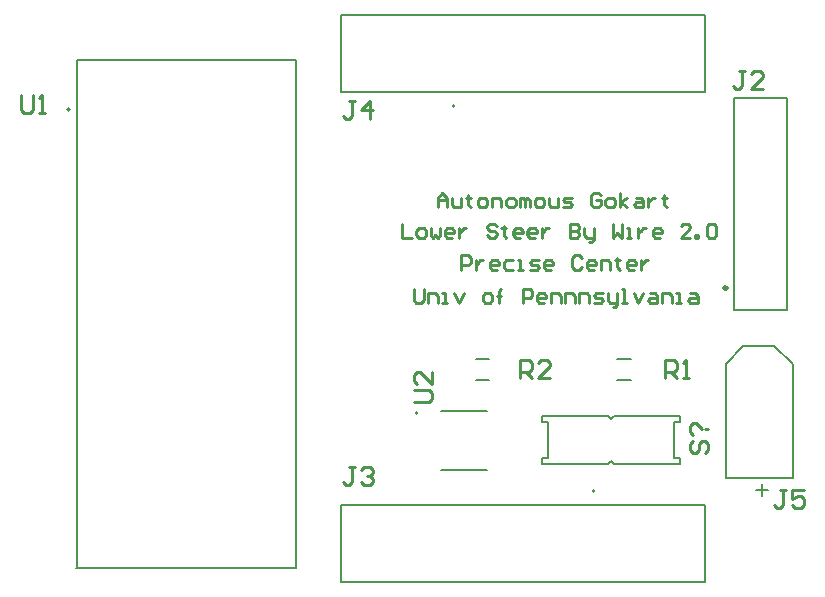
<source format=gto>
G04*
G04 #@! TF.GenerationSoftware,Altium Limited,Altium Designer,22.8.2 (66)*
G04*
G04 Layer_Color=65535*
%FSLAX42Y42*%
%MOMM*%
G71*
G04*
G04 #@! TF.SameCoordinates,73A1F774-0F22-46A5-B85E-6585DDB94E85*
G04*
G04*
G04 #@! TF.FilePolarity,Positive*
G04*
G01*
G75*
%ADD10C,0.20*%
%ADD11C,0.30*%
%ADD12C,0.13*%
%ADD13C,0.25*%
D10*
X5102Y870D02*
G03*
X5102Y870I-10J0D01*
G01*
X3918Y4130D02*
G03*
X3918Y4130I-10J0D01*
G01*
X660Y4100D02*
G03*
X660Y4100I-10J0D01*
G01*
X3606Y1531D02*
G03*
X3606Y1531I-10J0D01*
G01*
D11*
X6224Y2590D02*
G03*
X6224Y2590I-14J0D01*
G01*
D12*
X2959Y750D02*
X6040D01*
Y100D02*
Y750D01*
X2959Y100D02*
Y750D01*
Y100D02*
X6040D01*
X6280Y2400D02*
X6730D01*
X6280D02*
Y4200D01*
X6730D01*
Y2400D02*
Y4200D01*
X2959Y4250D02*
X6040D01*
X2959D02*
Y4900D01*
X6040Y4250D02*
Y4900D01*
X2959D02*
X6040D01*
X4662Y1452D02*
Y1503D01*
Y1452D02*
X4713D01*
Y1148D02*
Y1452D01*
X4662Y1148D02*
X4713D01*
X4662Y1097D02*
Y1148D01*
Y1097D02*
X5221D01*
X5246Y1122D01*
X5271Y1097D01*
X5830D01*
Y1148D01*
X5779D02*
X5830D01*
X5779D02*
Y1452D01*
X5830D01*
Y1503D01*
X5271D02*
X5830D01*
X5246Y1478D02*
X5271Y1503D01*
X5221D02*
X5246Y1478D01*
X4662Y1503D02*
X5221D01*
X723Y4520D02*
X2577D01*
X723Y215D02*
X723Y4520D01*
X2577Y215D02*
X2577Y4520D01*
X710Y215D02*
X2564D01*
X5292Y1988D02*
X5408D01*
X5292Y1812D02*
X5408D01*
X3805Y1552D02*
X4195D01*
X3805Y1048D02*
X4195D01*
X4095Y1988D02*
X4211D01*
X4095Y1812D02*
X4211D01*
X6358Y2100D02*
X6620D01*
X6220Y1943D02*
X6358Y2100D01*
X6220Y980D02*
X6780D01*
X6520Y830D02*
Y930D01*
X6470Y880D02*
X6570D01*
X6220Y980D02*
Y1943D01*
X6780Y980D02*
Y1943D01*
X6620Y2100D02*
X6623D01*
X6780Y1943D01*
D13*
X3475Y3135D02*
Y3015D01*
X3555D01*
X3615D02*
X3655D01*
X3675Y3035D01*
Y3075D01*
X3655Y3095D01*
X3615D01*
X3595Y3075D01*
Y3035D01*
X3615Y3015D01*
X3715Y3095D02*
Y3035D01*
X3735Y3015D01*
X3755Y3035D01*
X3775Y3015D01*
X3795Y3035D01*
Y3095D01*
X3895Y3015D02*
X3855D01*
X3835Y3035D01*
Y3075D01*
X3855Y3095D01*
X3895D01*
X3915Y3075D01*
Y3055D01*
X3835D01*
X3955Y3095D02*
Y3015D01*
Y3055D01*
X3975Y3075D01*
X3995Y3095D01*
X4015D01*
X4275Y3115D02*
X4255Y3135D01*
X4215D01*
X4195Y3115D01*
Y3095D01*
X4215Y3075D01*
X4255D01*
X4275Y3055D01*
Y3035D01*
X4255Y3015D01*
X4215D01*
X4195Y3035D01*
X4335Y3115D02*
Y3095D01*
X4315D01*
X4355D01*
X4335D01*
Y3035D01*
X4355Y3015D01*
X4475D02*
X4435D01*
X4415Y3035D01*
Y3075D01*
X4435Y3095D01*
X4475D01*
X4495Y3075D01*
Y3055D01*
X4415D01*
X4595Y3015D02*
X4555D01*
X4535Y3035D01*
Y3075D01*
X4555Y3095D01*
X4595D01*
X4615Y3075D01*
Y3055D01*
X4535D01*
X4655Y3095D02*
Y3015D01*
Y3055D01*
X4675Y3075D01*
X4695Y3095D01*
X4715D01*
X4895Y3135D02*
Y3015D01*
X4955D01*
X4975Y3035D01*
Y3055D01*
X4955Y3075D01*
X4895D01*
X4955D01*
X4975Y3095D01*
Y3115D01*
X4955Y3135D01*
X4895D01*
X5015Y3095D02*
Y3035D01*
X5035Y3015D01*
X5095D01*
Y2995D01*
X5075Y2975D01*
X5055D01*
X5095Y3015D02*
Y3095D01*
X5255Y3135D02*
Y3015D01*
X5295Y3055D01*
X5335Y3015D01*
Y3135D01*
X5375Y3015D02*
X5415D01*
X5395D01*
Y3095D01*
X5375D01*
X5475D02*
Y3015D01*
Y3055D01*
X5495Y3075D01*
X5515Y3095D01*
X5535D01*
X5655Y3015D02*
X5615D01*
X5595Y3035D01*
Y3075D01*
X5615Y3095D01*
X5655D01*
X5675Y3075D01*
Y3055D01*
X5595D01*
X5915Y3015D02*
X5835D01*
X5915Y3095D01*
Y3115D01*
X5895Y3135D01*
X5855D01*
X5835Y3115D01*
X5955Y3015D02*
Y3035D01*
X5975D01*
Y3015D01*
X5955D01*
X6055Y3115D02*
X6075Y3135D01*
X6115D01*
X6135Y3115D01*
Y3035D01*
X6115Y3015D01*
X6075D01*
X6055Y3035D01*
Y3115D01*
X3975Y2745D02*
Y2865D01*
X4035D01*
X4055Y2845D01*
Y2805D01*
X4035Y2785D01*
X3975D01*
X4095Y2825D02*
Y2745D01*
Y2785D01*
X4115Y2805D01*
X4135Y2825D01*
X4155D01*
X4275Y2745D02*
X4235D01*
X4215Y2765D01*
Y2805D01*
X4235Y2825D01*
X4275D01*
X4295Y2805D01*
Y2785D01*
X4215D01*
X4415Y2825D02*
X4355D01*
X4335Y2805D01*
Y2765D01*
X4355Y2745D01*
X4415D01*
X4455D02*
X4495D01*
X4475D01*
Y2825D01*
X4455D01*
X4555Y2745D02*
X4615D01*
X4635Y2765D01*
X4615Y2785D01*
X4575D01*
X4555Y2805D01*
X4575Y2825D01*
X4635D01*
X4735Y2745D02*
X4695D01*
X4675Y2765D01*
Y2805D01*
X4695Y2825D01*
X4735D01*
X4755Y2805D01*
Y2785D01*
X4675D01*
X4995Y2845D02*
X4975Y2865D01*
X4935D01*
X4915Y2845D01*
Y2765D01*
X4935Y2745D01*
X4975D01*
X4995Y2765D01*
X5095Y2745D02*
X5055D01*
X5035Y2765D01*
Y2805D01*
X5055Y2825D01*
X5095D01*
X5115Y2805D01*
Y2785D01*
X5035D01*
X5155Y2745D02*
Y2825D01*
X5215D01*
X5235Y2805D01*
Y2745D01*
X5295Y2845D02*
Y2825D01*
X5275D01*
X5315D01*
X5295D01*
Y2765D01*
X5315Y2745D01*
X5435D02*
X5395D01*
X5375Y2765D01*
Y2805D01*
X5395Y2825D01*
X5435D01*
X5455Y2805D01*
Y2785D01*
X5375D01*
X5495Y2825D02*
Y2745D01*
Y2785D01*
X5515Y2805D01*
X5535Y2825D01*
X5555D01*
X3575Y2585D02*
Y2485D01*
X3595Y2465D01*
X3635D01*
X3655Y2485D01*
Y2585D01*
X3695Y2465D02*
Y2545D01*
X3755D01*
X3775Y2525D01*
Y2465D01*
X3815D02*
X3855D01*
X3835D01*
Y2545D01*
X3815D01*
X3915D02*
X3955Y2465D01*
X3995Y2545D01*
X4175Y2465D02*
X4215D01*
X4235Y2485D01*
Y2525D01*
X4215Y2545D01*
X4175D01*
X4155Y2525D01*
Y2485D01*
X4175Y2465D01*
X4295D02*
Y2565D01*
Y2525D01*
X4275D01*
X4315D01*
X4295D01*
Y2565D01*
X4315Y2585D01*
X4495Y2465D02*
Y2585D01*
X4555D01*
X4575Y2565D01*
Y2525D01*
X4555Y2505D01*
X4495D01*
X4675Y2465D02*
X4635D01*
X4615Y2485D01*
Y2525D01*
X4635Y2545D01*
X4675D01*
X4695Y2525D01*
Y2505D01*
X4615D01*
X4735Y2465D02*
Y2545D01*
X4795D01*
X4815Y2525D01*
Y2465D01*
X4855D02*
Y2545D01*
X4915D01*
X4935Y2525D01*
Y2465D01*
X4975D02*
Y2545D01*
X5035D01*
X5055Y2525D01*
Y2465D01*
X5095D02*
X5155D01*
X5175Y2485D01*
X5155Y2505D01*
X5115D01*
X5095Y2525D01*
X5115Y2545D01*
X5175D01*
X5215D02*
Y2485D01*
X5235Y2465D01*
X5295D01*
Y2445D01*
X5275Y2425D01*
X5255D01*
X5295Y2465D02*
Y2545D01*
X5335Y2465D02*
X5375D01*
X5355D01*
Y2585D01*
X5335D01*
X5435Y2545D02*
X5475Y2465D01*
X5515Y2545D01*
X5575D02*
X5615D01*
X5635Y2525D01*
Y2465D01*
X5575D01*
X5555Y2485D01*
X5575Y2505D01*
X5635D01*
X5675Y2465D02*
Y2545D01*
X5735D01*
X5755Y2525D01*
Y2465D01*
X5795D02*
X5835D01*
X5815D01*
Y2545D01*
X5795D01*
X5915D02*
X5955D01*
X5975Y2525D01*
Y2465D01*
X5915D01*
X5895Y2485D01*
X5915Y2505D01*
X5975D01*
X3775Y3275D02*
Y3355D01*
X3815Y3395D01*
X3855Y3355D01*
Y3275D01*
Y3335D01*
X3775D01*
X3895Y3355D02*
Y3295D01*
X3915Y3275D01*
X3975D01*
Y3355D01*
X4035Y3375D02*
Y3355D01*
X4015D01*
X4055D01*
X4035D01*
Y3295D01*
X4055Y3275D01*
X4135D02*
X4175D01*
X4195Y3295D01*
Y3335D01*
X4175Y3355D01*
X4135D01*
X4115Y3335D01*
Y3295D01*
X4135Y3275D01*
X4235D02*
Y3355D01*
X4295D01*
X4315Y3335D01*
Y3275D01*
X4375D02*
X4415D01*
X4435Y3295D01*
Y3335D01*
X4415Y3355D01*
X4375D01*
X4355Y3335D01*
Y3295D01*
X4375Y3275D01*
X4475D02*
Y3355D01*
X4495D01*
X4515Y3335D01*
Y3275D01*
Y3335D01*
X4535Y3355D01*
X4555Y3335D01*
Y3275D01*
X4615D02*
X4655D01*
X4675Y3295D01*
Y3335D01*
X4655Y3355D01*
X4615D01*
X4595Y3335D01*
Y3295D01*
X4615Y3275D01*
X4715Y3355D02*
Y3295D01*
X4735Y3275D01*
X4795D01*
Y3355D01*
X4835Y3275D02*
X4895D01*
X4915Y3295D01*
X4895Y3315D01*
X4855D01*
X4835Y3335D01*
X4855Y3355D01*
X4915D01*
X5155Y3375D02*
X5135Y3395D01*
X5095D01*
X5075Y3375D01*
Y3295D01*
X5095Y3275D01*
X5135D01*
X5155Y3295D01*
Y3335D01*
X5115D01*
X5215Y3275D02*
X5255D01*
X5275Y3295D01*
Y3335D01*
X5255Y3355D01*
X5215D01*
X5195Y3335D01*
Y3295D01*
X5215Y3275D01*
X5315D02*
Y3395D01*
Y3315D02*
X5375Y3355D01*
X5315Y3315D02*
X5375Y3275D01*
X5455Y3355D02*
X5495D01*
X5515Y3335D01*
Y3275D01*
X5455D01*
X5435Y3295D01*
X5455Y3315D01*
X5515D01*
X5555Y3355D02*
Y3275D01*
Y3315D01*
X5575Y3335D01*
X5595Y3355D01*
X5615D01*
X5695Y3375D02*
Y3355D01*
X5675D01*
X5715D01*
X5695D01*
Y3295D01*
X5715Y3275D01*
X3075Y1076D02*
X3024D01*
X3049D01*
Y949D01*
X3024Y924D01*
X2998D01*
X2973Y949D01*
X3125Y1051D02*
X3151Y1076D01*
X3202D01*
X3227Y1051D01*
Y1025D01*
X3202Y1000D01*
X3176D01*
X3202D01*
X3227Y975D01*
Y949D01*
X3202Y924D01*
X3151D01*
X3125Y949D01*
X3075Y4176D02*
X3024D01*
X3049D01*
Y4049D01*
X3024Y4024D01*
X2998D01*
X2973Y4049D01*
X3202Y4024D02*
Y4176D01*
X3125Y4100D01*
X3227D01*
X6375Y4426D02*
X6324D01*
X6349D01*
Y4299D01*
X6324Y4274D01*
X6298D01*
X6273Y4299D01*
X6527Y4274D02*
X6425D01*
X6527Y4375D01*
Y4401D01*
X6502Y4426D01*
X6451D01*
X6425Y4401D01*
X248Y4226D02*
Y4099D01*
X274Y4074D01*
X325D01*
X350Y4099D01*
Y4226D01*
X401Y4074D02*
X452D01*
X426D01*
Y4226D01*
X401Y4201D01*
X3574Y1623D02*
X3701D01*
X3726Y1648D01*
Y1699D01*
X3701Y1725D01*
X3574D01*
X3726Y1877D02*
Y1775D01*
X3625Y1877D01*
X3599D01*
X3574Y1852D01*
Y1801D01*
X3599Y1775D01*
X5935Y1295D02*
X5910Y1269D01*
Y1218D01*
X5935Y1193D01*
X5961D01*
X5986Y1218D01*
Y1269D01*
X6011Y1295D01*
X6037D01*
X6062Y1269D01*
Y1218D01*
X6037Y1193D01*
X5935Y1345D02*
X5910Y1371D01*
Y1422D01*
X5935Y1447D01*
X5961D01*
X6011Y1396D01*
X6037D02*
X6062D01*
X4473Y1824D02*
Y1976D01*
X4549D01*
X4575Y1951D01*
Y1900D01*
X4549Y1875D01*
X4473D01*
X4524D02*
X4575Y1824D01*
X4727D02*
X4625D01*
X4727Y1925D01*
Y1951D01*
X4702Y1976D01*
X4651D01*
X4625Y1951D01*
X5698Y1824D02*
Y1976D01*
X5775D01*
X5800Y1951D01*
Y1900D01*
X5775Y1875D01*
X5698D01*
X5749D02*
X5800Y1824D01*
X5851D02*
X5902D01*
X5876D01*
Y1976D01*
X5851Y1951D01*
X6725Y876D02*
X6674D01*
X6699D01*
Y749D01*
X6674Y724D01*
X6648D01*
X6623Y749D01*
X6877Y876D02*
X6775D01*
Y800D01*
X6826Y825D01*
X6852D01*
X6877Y800D01*
Y749D01*
X6852Y724D01*
X6801D01*
X6775Y749D01*
M02*

</source>
